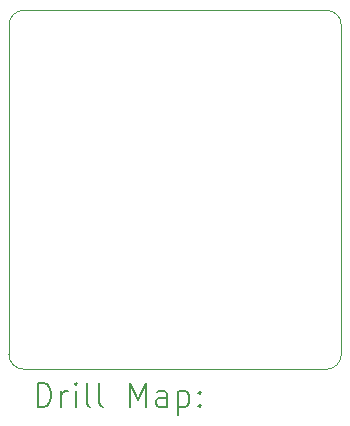
<source format=gbr>
%TF.GenerationSoftware,KiCad,Pcbnew,7.0.1*%
%TF.CreationDate,2023-09-22T10:38:57-04:00*%
%TF.ProjectId,PMIC_module,504d4943-5f6d-46f6-9475-6c652e6b6963,rev?*%
%TF.SameCoordinates,Original*%
%TF.FileFunction,Drillmap*%
%TF.FilePolarity,Positive*%
%FSLAX45Y45*%
G04 Gerber Fmt 4.5, Leading zero omitted, Abs format (unit mm)*
G04 Created by KiCad (PCBNEW 7.0.1) date 2023-09-22 10:38:57*
%MOMM*%
%LPD*%
G01*
G04 APERTURE LIST*
%ADD10C,0.100000*%
%ADD11C,0.200000*%
G04 APERTURE END LIST*
D10*
X10192780Y-8026160D02*
X10192780Y-10812540D01*
X10065780Y-10939540D02*
G75*
G03*
X10192780Y-10812540I0J127000D01*
G01*
X7378460Y-10812540D02*
G75*
G03*
X7505460Y-10939540I127000J0D01*
G01*
X7505460Y-7899160D02*
X10065780Y-7899160D01*
X7505460Y-7899160D02*
G75*
G03*
X7378460Y-8026160I0J-127000D01*
G01*
X10065780Y-10939540D02*
X7505460Y-10939540D01*
X7378460Y-10812540D02*
X7378460Y-8026160D01*
X10192780Y-8026160D02*
G75*
G03*
X10065780Y-7899160I-127000J0D01*
G01*
D11*
X7621079Y-11257064D02*
X7621079Y-11057064D01*
X7621079Y-11057064D02*
X7668698Y-11057064D01*
X7668698Y-11057064D02*
X7697269Y-11066588D01*
X7697269Y-11066588D02*
X7716317Y-11085635D01*
X7716317Y-11085635D02*
X7725841Y-11104683D01*
X7725841Y-11104683D02*
X7735365Y-11142778D01*
X7735365Y-11142778D02*
X7735365Y-11171350D01*
X7735365Y-11171350D02*
X7725841Y-11209445D01*
X7725841Y-11209445D02*
X7716317Y-11228492D01*
X7716317Y-11228492D02*
X7697269Y-11247540D01*
X7697269Y-11247540D02*
X7668698Y-11257064D01*
X7668698Y-11257064D02*
X7621079Y-11257064D01*
X7821079Y-11257064D02*
X7821079Y-11123730D01*
X7821079Y-11161826D02*
X7830603Y-11142778D01*
X7830603Y-11142778D02*
X7840127Y-11133254D01*
X7840127Y-11133254D02*
X7859174Y-11123730D01*
X7859174Y-11123730D02*
X7878222Y-11123730D01*
X7944888Y-11257064D02*
X7944888Y-11123730D01*
X7944888Y-11057064D02*
X7935365Y-11066588D01*
X7935365Y-11066588D02*
X7944888Y-11076111D01*
X7944888Y-11076111D02*
X7954412Y-11066588D01*
X7954412Y-11066588D02*
X7944888Y-11057064D01*
X7944888Y-11057064D02*
X7944888Y-11076111D01*
X8068698Y-11257064D02*
X8049650Y-11247540D01*
X8049650Y-11247540D02*
X8040127Y-11228492D01*
X8040127Y-11228492D02*
X8040127Y-11057064D01*
X8173460Y-11257064D02*
X8154412Y-11247540D01*
X8154412Y-11247540D02*
X8144888Y-11228492D01*
X8144888Y-11228492D02*
X8144888Y-11057064D01*
X8402031Y-11257064D02*
X8402031Y-11057064D01*
X8402031Y-11057064D02*
X8468698Y-11199921D01*
X8468698Y-11199921D02*
X8535365Y-11057064D01*
X8535365Y-11057064D02*
X8535365Y-11257064D01*
X8716317Y-11257064D02*
X8716317Y-11152302D01*
X8716317Y-11152302D02*
X8706793Y-11133254D01*
X8706793Y-11133254D02*
X8687746Y-11123730D01*
X8687746Y-11123730D02*
X8649650Y-11123730D01*
X8649650Y-11123730D02*
X8630603Y-11133254D01*
X8716317Y-11247540D02*
X8697270Y-11257064D01*
X8697270Y-11257064D02*
X8649650Y-11257064D01*
X8649650Y-11257064D02*
X8630603Y-11247540D01*
X8630603Y-11247540D02*
X8621079Y-11228492D01*
X8621079Y-11228492D02*
X8621079Y-11209445D01*
X8621079Y-11209445D02*
X8630603Y-11190397D01*
X8630603Y-11190397D02*
X8649650Y-11180873D01*
X8649650Y-11180873D02*
X8697270Y-11180873D01*
X8697270Y-11180873D02*
X8716317Y-11171350D01*
X8811555Y-11123730D02*
X8811555Y-11323730D01*
X8811555Y-11133254D02*
X8830603Y-11123730D01*
X8830603Y-11123730D02*
X8868698Y-11123730D01*
X8868698Y-11123730D02*
X8887746Y-11133254D01*
X8887746Y-11133254D02*
X8897270Y-11142778D01*
X8897270Y-11142778D02*
X8906793Y-11161826D01*
X8906793Y-11161826D02*
X8906793Y-11218968D01*
X8906793Y-11218968D02*
X8897270Y-11238016D01*
X8897270Y-11238016D02*
X8887746Y-11247540D01*
X8887746Y-11247540D02*
X8868698Y-11257064D01*
X8868698Y-11257064D02*
X8830603Y-11257064D01*
X8830603Y-11257064D02*
X8811555Y-11247540D01*
X8992508Y-11238016D02*
X9002031Y-11247540D01*
X9002031Y-11247540D02*
X8992508Y-11257064D01*
X8992508Y-11257064D02*
X8982984Y-11247540D01*
X8982984Y-11247540D02*
X8992508Y-11238016D01*
X8992508Y-11238016D02*
X8992508Y-11257064D01*
X8992508Y-11133254D02*
X9002031Y-11142778D01*
X9002031Y-11142778D02*
X8992508Y-11152302D01*
X8992508Y-11152302D02*
X8982984Y-11142778D01*
X8982984Y-11142778D02*
X8992508Y-11133254D01*
X8992508Y-11133254D02*
X8992508Y-11152302D01*
M02*

</source>
